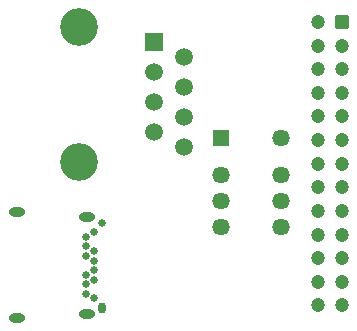
<source format=gbr>
%TF.GenerationSoftware,KiCad,Pcbnew,(6.0.5-0)*%
%TF.CreationDate,2022-06-15T06:28:06+02:00*%
%TF.ProjectId,Relay,52656c61-792e-46b6-9963-61645f706362,rev?*%
%TF.SameCoordinates,Original*%
%TF.FileFunction,Soldermask,Bot*%
%TF.FilePolarity,Negative*%
%FSLAX46Y46*%
G04 Gerber Fmt 4.6, Leading zero omitted, Abs format (unit mm)*
G04 Created by KiCad (PCBNEW (6.0.5-0)) date 2022-06-15 06:28:06*
%MOMM*%
%LPD*%
G01*
G04 APERTURE LIST*
G04 Aperture macros list*
%AMRoundRect*
0 Rectangle with rounded corners*
0 $1 Rounding radius*
0 $2 $3 $4 $5 $6 $7 $8 $9 X,Y pos of 4 corners*
0 Add a 4 corners polygon primitive as box body*
4,1,4,$2,$3,$4,$5,$6,$7,$8,$9,$2,$3,0*
0 Add four circle primitives for the rounded corners*
1,1,$1+$1,$2,$3*
1,1,$1+$1,$4,$5*
1,1,$1+$1,$6,$7*
1,1,$1+$1,$8,$9*
0 Add four rect primitives between the rounded corners*
20,1,$1+$1,$2,$3,$4,$5,0*
20,1,$1+$1,$4,$5,$6,$7,0*
20,1,$1+$1,$6,$7,$8,$9,0*
20,1,$1+$1,$8,$9,$2,$3,0*%
G04 Aperture macros list end*
%ADD10C,3.200000*%
%ADD11R,1.500000X1.500000*%
%ADD12C,1.500000*%
%ADD13RoundRect,0.250000X-0.350000X0.350000X-0.350000X-0.350000X0.350000X-0.350000X0.350000X0.350000X0*%
%ADD14C,1.200000*%
%ADD15O,0.650000X0.950000*%
%ADD16C,0.650000*%
%ADD17O,1.400000X0.800000*%
%ADD18R,1.458000X1.458000*%
%ADD19C,1.458000*%
G04 APERTURE END LIST*
D10*
%TO.C,J3*%
X153950000Y-54987500D03*
X153950000Y-66417500D03*
D11*
X160300000Y-56257500D03*
D12*
X162840000Y-57527500D03*
X160300000Y-58797500D03*
X162840000Y-60067500D03*
X160300000Y-61337500D03*
X162840000Y-62607500D03*
X160300000Y-63877500D03*
X162840000Y-65147500D03*
%TD*%
D13*
%TO.C,J1*%
X176150000Y-54592500D03*
D14*
X174150000Y-54592500D03*
X176150000Y-56592500D03*
X174150000Y-56592500D03*
X176150000Y-58592500D03*
X174150000Y-58592500D03*
X176150000Y-60592500D03*
X174150000Y-60592500D03*
X176150000Y-62592500D03*
X174150000Y-62592500D03*
X176150000Y-64592500D03*
X174150000Y-64592500D03*
X176150000Y-66592500D03*
X174150000Y-66592500D03*
X176150000Y-68592500D03*
X174150000Y-68592500D03*
X176150000Y-70592500D03*
X174150000Y-70592500D03*
X176150000Y-72592500D03*
X174150000Y-72592500D03*
X176150000Y-74592500D03*
X174150000Y-74592500D03*
X176150000Y-76592500D03*
X174150000Y-76592500D03*
X176150000Y-78592500D03*
X174150000Y-78592500D03*
%TD*%
D15*
%TO.C,J2*%
X155850000Y-78800000D03*
D16*
X155850000Y-71600000D03*
X155200000Y-78000000D03*
X154500000Y-77600000D03*
X154500000Y-76800000D03*
X155200000Y-76400000D03*
X154500000Y-76000000D03*
X155200000Y-75600000D03*
X155200000Y-74800000D03*
X154500000Y-74400000D03*
X155200000Y-74000000D03*
X154500000Y-73600000D03*
X154500000Y-72800000D03*
X155200000Y-72400000D03*
D17*
X148650000Y-70710000D03*
X148650000Y-79690000D03*
X154600000Y-71070000D03*
X154600000Y-79330000D03*
%TD*%
D18*
%TO.C,K1*%
X165974500Y-64390000D03*
D19*
X165974500Y-67590000D03*
X165974500Y-69790000D03*
X165974500Y-71990000D03*
X171054500Y-71990000D03*
X171054500Y-69790000D03*
X171054500Y-67590000D03*
X171054500Y-64390000D03*
%TD*%
M02*

</source>
